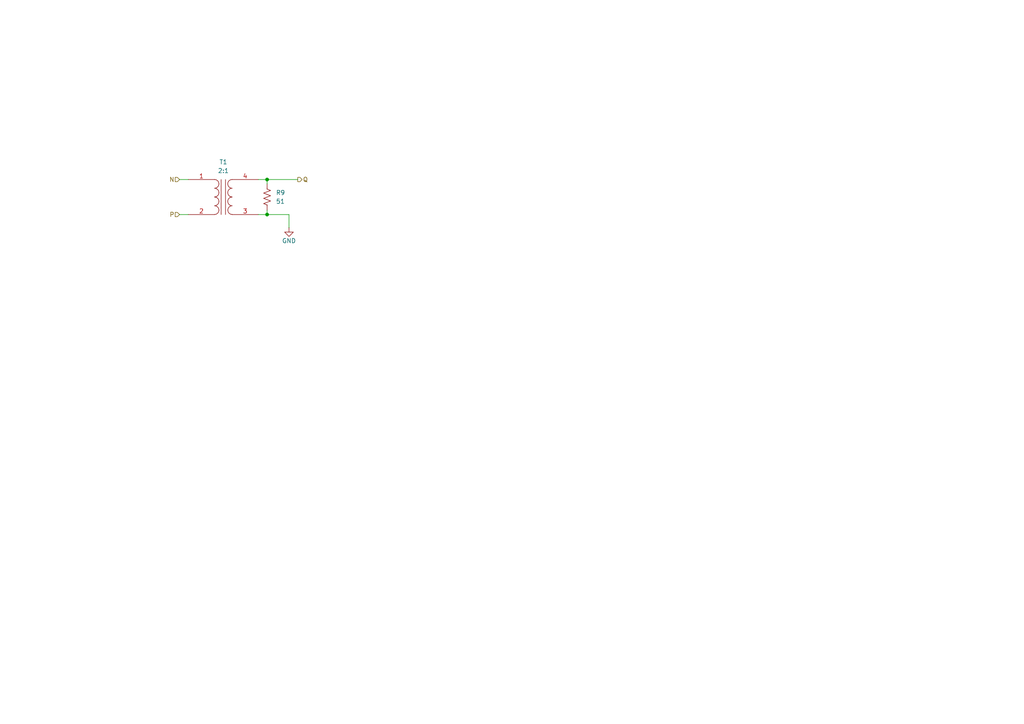
<source format=kicad_sch>
(kicad_sch (version 20231120) (generator "eeschema") (generator_version "8.0")
  (paper "A4")
  (lib_symbols
    (symbol "Device:R_US" (pin_numbers hide) (pin_names (offset 0))
      (property "Reference" "R" (at 2.54 0 90))
      (property "Value" "R_US" (at -2.54 0 90))
      (symbol "R_US_0_1"
        (polyline (pts (xy 0 -2.286) (xy 0 -2.54)))
        (polyline (pts (xy 0 2.286) (xy 0 2.54)))
        (polyline (pts (xy 0 -0.762) (xy 1.016 -1.143) (xy 0 -1.524) (xy -1.016 -1.905) (xy 0 -2.286)))
        (polyline (pts (xy 0 0.762) (xy 1.016 0.381) (xy 0 0) (xy -1.016 -0.381) (xy 0 -0.762)))
        (polyline (pts (xy 0 2.286) (xy 1.016 1.905) (xy 0 1.524) (xy -1.016 1.143) (xy 0 0.762)))
      )
      (symbol "R_US_1_1"
        (pin passive line (at 0 3.81 270) (length 1.27) (name "~") (number "1"))
        (pin passive line (at 0 -3.81 90) (length 1.27) (name "~") (number "2"))
      )
    )
    (symbol "Device:Transformer_1P_1S" (pin_names (offset 1.016) hide)
      (property "Reference" "T" (at 0 6.35 0))
      (property "Value" "Transformer_1P_1S" (at 0 -7.62 0))
      (symbol "Transformer_1P_1S_0_1"
        (arc (start -2.54 -5.0546) (mid -1.6599 -4.6901) (end -1.27 -3.81))
        (arc (start -2.54 -2.5146) (mid -1.6599 -2.1501) (end -1.27 -1.27))
        (arc (start -2.54 0.0254) (mid -1.6599 0.3899) (end -1.27 1.27))
        (arc (start -2.54 2.5654) (mid -1.6599 2.9299) (end -1.27 3.81))
        (arc (start -1.27 -3.81) (mid -1.642 -2.912) (end -2.54 -2.54))
        (arc (start -1.27 -1.27) (mid -1.642 -0.372) (end -2.54 0))
        (arc (start -1.27 1.27) (mid -1.642 2.168) (end -2.54 2.54))
        (arc (start -1.27 3.81) (mid -1.642 4.708) (end -2.54 5.08))
        (polyline (pts (xy -0.635 5.08) (xy -0.635 -5.08)))
        (polyline (pts (xy 0.635 -5.08) (xy 0.635 5.08)))
        (arc (start 1.2954 -1.27) (mid 1.6599 -2.1501) (end 2.54 -2.5146))
        (arc (start 1.2954 1.27) (mid 1.6599 0.3899) (end 2.54 0.0254))
        (arc (start 1.2954 3.81) (mid 1.6599 2.9299) (end 2.54 2.5654))
        (arc (start 1.3208 -3.81) (mid 1.6853 -4.6901) (end 2.5654 -5.0546))
        (arc (start 2.54 0) (mid 1.642 -0.372) (end 1.2954 -1.27))
        (arc (start 2.54 2.54) (mid 1.642 2.168) (end 1.2954 1.27))
        (arc (start 2.54 5.08) (mid 1.642 4.708) (end 1.2954 3.81))
        (arc (start 2.5654 -2.54) (mid 1.6674 -2.912) (end 1.3208 -3.81))
      )
      (symbol "Transformer_1P_1S_1_1"
        (pin passive line (at -10.16 5.08 0) (length 7.62) (name "AA") (number "1"))
        (pin passive line (at -10.16 -5.08 0) (length 7.62) (name "AB") (number "2"))
        (pin passive line (at 10.16 -5.08 180) (length 7.62) (name "SA") (number "3"))
        (pin passive line (at 10.16 5.08 180) (length 7.62) (name "SB") (number "4"))
      )
    )
    (symbol "power:GND" (power) (pin_numbers hide) (pin_names (offset 0) hide)
      (property "Value" "GND" (at 0 -3.81 0))
      (symbol "GND_0_1"
        (polyline (pts (xy 0 0) (xy 0 -1.27) (xy 1.27 -1.27) (xy 0 -2.54) (xy -1.27 -1.27) (xy 0 -1.27)))
      )
      (symbol "GND_1_1"
        (pin power_in line (at 0 0 270) (length 0) (name "~") (number "1"))
      )
    )
  )
  (junction (at 77.47 52.07))
  (junction (at 77.47 62.23))
  (wire (pts (xy 77.47 60.96) (xy 77.47 62.23)))
  (wire (pts (xy 83.82 62.23) (xy 83.82 66.04)))
  (wire (pts (xy 74.93 62.23) (xy 77.47 62.23)))
  (wire (pts (xy 77.47 62.23) (xy 83.82 62.23)))
  (wire (pts (xy 77.47 52.07) (xy 86.36 52.07)))
  (wire (pts (xy 77.47 52.07) (xy 77.47 53.34)))
  (wire (pts (xy 52.07 62.23) (xy 54.61 62.23)))
  (wire (pts (xy 52.07 52.07) (xy 54.61 52.07)))
  (wire (pts (xy 74.93 52.07) (xy 77.47 52.07)))
  (hierarchical_label "P" (shape input) (at 52.07 62.23 180))
  (hierarchical_label "Q" (shape output) (at 86.36 52.07 0))
  (hierarchical_label "N" (shape input) (at 52.07 52.07 180))
  (symbol (lib_id "Device:R_US") (at 77.47 57.15 0) (unit 1)
    (property "Reference" "R9" (at 80.01 55.8799 0) (effects (justify left)))
    (property "Value" "51" (at 80.01 58.4199 0) (effects (justify left)))
    (property "Footprint" "Resistor_SMD:R_0603_1608Metric" (effects (hide yes)))
    (property "Description" "Resistor, US symbol" (effects (hide yes)))
    (instances (project "agc" (path "" (reference "R9") (unit 1)) (path "" (reference "R12") (unit 1)) (path "" (reference "R11") (unit 1)) (path "" (reference "R27") (unit 1)) (path "" (reference "R25") (unit 1)) (path "" (reference "R13") (unit 1)) (path "" (reference "R24") (unit 1)) (path "" (reference "R26") (unit 1)) (path "" (reference "R28") (unit 1)) (path "" (reference "R10") (unit 1))))
  )
  (symbol (lib_id "power:GND") (at 83.82 66.04 0) (unit 1)
    (property "Reference" "#PWR031" (effects (hide yes)))
    (property "Value" "GND" (at 83.82 69.85 0))
    (property "Description" "Power symbol creates a global label with name \"GND\" , ground" (effects (hide yes)))
    (instances (project "agc" (path "" (reference "#PWR031") (unit 1)) (path "" (reference "#PWR032") (unit 1)) (path "" (reference "#PWR035") (unit 1)) (path "" (reference "#PWR037") (unit 1)) (path "" (reference "#PWR039") (unit 1)) (path "" (reference "#PWR033") (unit 1)) (path "" (reference "#PWR038") (unit 1)) (path "" (reference "#PWR036") (unit 1)) (path "" (reference "#PWR030") (unit 1)) (path "" (reference "#PWR034") (unit 1))))
  )
  (symbol (lib_id "Device:Transformer_1P_1S") (at 64.77 57.15 0) (unit 1)
    (property "Reference" "T1" (at 64.7827 46.99 0))
    (property "Value" "2:1" (at 64.7827 49.53 0))
    (property "Footprint" "cdu:Vigortronix_VTX-111" (effects (hide yes)))
    (property "Description" "Transformer, single primary, single secondary" (effects (hide yes)))
    (instances (project "agc" (path "" (reference "T1") (unit 1)) (path "" (reference "T4") (unit 1)) (path "" (reference "T3") (unit 1)) (path "" (reference "T9") (unit 1)) (path "" (reference "T7") (unit 1)) (path "" (reference "T5") (unit 1)) (path "" (reference "T6") (unit 1)) (path "" (reference "T8") (unit 1)) (path "" (reference "T10") (unit 1)) (path "" (reference "T2") (unit 1))))
  )
)
</source>
